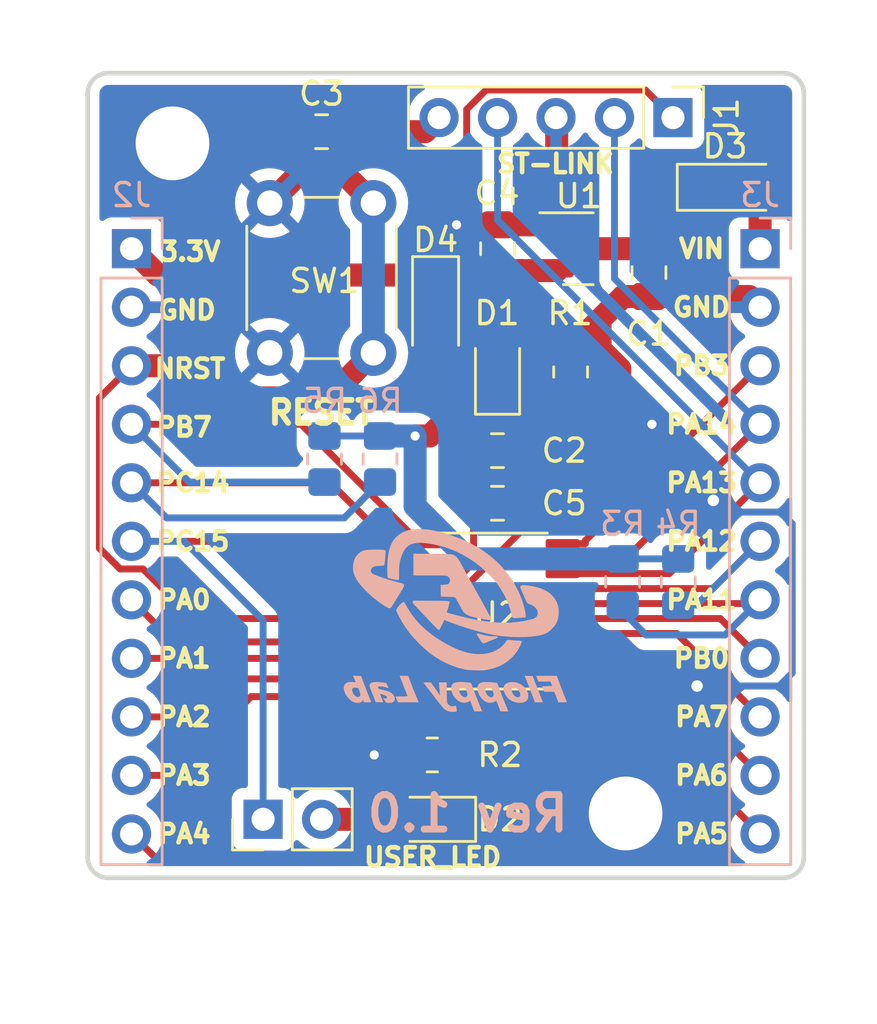
<source format=kicad_pcb>
(kicad_pcb (version 20221018) (generator pcbnew)
  (layers (0 "F.Cu" signal) (31 "B.Cu" signal) (34 "B.Paste" user) (35 "F.Paste" user) (36 "B.SilkS" user "B.Silkscreen") (37 "F.SilkS" user "F.Silkscreen") (38 "B.Mask" user) (39 "F.Mask" user) (44 "Edge.Cuts" user))
  (net 0 "")
  (net 1 "+3V3")
  (net 2 "GND")
  (net 3 "VIN")
  (net 4 "NRST")
  (net 5 "Net-(D1-Pad1)")
  (net 6 "Net-(D2-Pad1)")
  (net 7 "Net-(D2-Pad2)")
  (net 8 "PA14{slash}SWCLK")
  (net 9 "PA13{slash}SWDIO")
  (net 10 "PB7")
  (net 11 "PC14")
  (net 12 "PC15")
  (net 13 "PA0")
  (net 14 "PA1")
  (net 15 "PA2")
  (net 16 "PA3")
  (net 17 "PA4")
  (net 18 "PB3")
  (net 19 "PA12")
  (net 20 "PA11")
  (net 21 "PB0")
  (net 22 "PA7")
  (net 23 "PA6")
  (net 24 "PA5")
  (net 25 "Net-(C1-Pad1)")
  (net 26 "VDD")
  (footprint "LED_SMD:LED_0805_2012Metric_Pad1.15x1.40mm_HandSolder" (layer "F.Cu") (at 129.565 98.67 90)
    (fp_text reference "D1" (at 2.531 -0.025 180) (layer "F.SilkS"))
    (fp_text value "POWER_LED")
    (pad "1" smd roundrect (at -1.025 0 90) (size 1.15 1.4) (layers "F.Cu" "F.Paste" "F.Mask") (roundrect_rratio 0.2173913043) (net 5 "Net-(D1-Pad1)"))
    (pad "2" smd roundrect (at 1.025 0 90) (size 1.15 1.4) (layers "F.Cu" "F.Paste" "F.Mask") (roundrect_rratio 0.2173913043) (net 1 "+3V3"))
  )
  (footprint "Diode_SMD:D_SOD-123F" (layer "F.Cu") (at 139.573 90.678)
    (fp_text reference "D3" (at -0.127 -1.778) (layer "F.SilkS"))
    (fp_text value "1N4002")
    (pad "1" smd rect (at -1.4 0) (size 1.1 1.1) (layers "F.Cu" "F.Paste" "F.Mask") (net 25 "Net-(C1-Pad1)"))
    (pad "2" smd rect (at 1.4 0) (size 1.1 1.1) (layers "F.Cu" "F.Paste" "F.Mask") (net 3 "VIN"))
  )
  (footprint "Resistor_SMD:R_0805_2012Metric_Pad1.20x1.40mm_HandSolder" (layer "F.Cu") (at 126.73 115.316 180)
    (fp_text reference "R2" (at -2.937 0) (layer "F.SilkS"))
    (fp_text value "1K")
    (pad "1" smd roundrect (at -1 0 180) (size 1.2 1.4) (layers "F.Cu" "F.Paste" "F.Mask") (roundrect_rratio 0.2083333333) (net 6 "Net-(D2-Pad1)"))
    (pad "2" smd roundrect (at 1 0 180) (size 1.2 1.4) (layers "F.Cu" "F.Paste" "F.Mask") (roundrect_rratio 0.2083333333) (net 2 "GND"))
  )
  (footprint "Diode_SMD:D_SOD-123F" (layer "F.Cu") (at 126.873 95.888 -90)
    (fp_text reference "D4" (at -2.924 0 180) (layer "F.SilkS"))
    (fp_text value "1N4002")
    (pad "1" smd rect (at -1.4 0 270) (size 1.1 1.1) (layers "F.Cu" "F.Paste" "F.Mask") (net 26 "VDD"))
    (pad "2" smd rect (at 1.4 0 270) (size 1.1 1.1) (layers "F.Cu" "F.Paste" "F.Mask") (net 1 "+3V3"))
  )
  (footprint "Resistor_SMD:R_0805_2012Metric_Pad1.20x1.40mm_HandSolder" (layer "F.Cu") (at 132.74 98.695 -90)
    (fp_text reference "R1" (at -2.556 0.025 180) (layer "F.SilkS"))
    (fp_text value "1k")
    (pad "1" smd roundrect (at -1 0 270) (size 1.2 1.4) (layers "F.Cu" "F.Paste" "F.Mask") (roundrect_rratio 0.2083333333) (net 2 "GND"))
    (pad "2" smd roundrect (at 1 0 270) (size 1.2 1.4) (layers "F.Cu" "F.Paste" "F.Mask") (roundrect_rratio 0.2083333333) (net 5 "Net-(D1-Pad1)"))
  )
  (footprint "Package_TO_SOT_SMD:SOT-23" (layer "F.Cu") (at 133.0725 93.345)
    (fp_text reference "U1" (at 0.0235 -2.286) (layer "F.SilkS"))
    (fp_text value "H7233-1")
    (pad "1" smd roundrect (at -0.9375 -0.95) (size 1.475 0.6) (layers "F.Cu" "F.Paste" "F.Mask") (net 2 "GND"))
    (pad "2" smd roundrect (at -0.9375 0.95) (size 1.475 0.6) (layers "F.Cu" "F.Paste" "F.Mask") (net 1 "+3V3"))
    (pad "3" smd roundrect (at 0.9375 0) (size 1.475 0.6) (layers "F.Cu" "F.Paste" "F.Mask") (net 25 "Net-(C1-Pad1)"))
  )
  (footprint "Capacitor_SMD:C_0805_2012Metric_Pad1.18x1.45mm_HandSolder" (layer "F.Cu") (at 129.5615 102.108)
    (fp_text reference "C2" (at 2.8995 0) (layer "F.SilkS"))
    (fp_text value "4.7u")
    (pad "1" smd roundrect (at -1.0375 0) (size 1.175 1.45) (layers "F.Cu" "F.Paste" "F.Mask") (roundrect_rratio 0.2127659574) (net 1 "+3V3"))
    (pad "2" smd roundrect (at 1.0375 0) (size 1.175 1.45) (layers "F.Cu" "F.Paste" "F.Mask") (roundrect_rratio 0.2127659574) (net 2 "GND"))
  )
  (footprint "Connector_PinHeader_2.54mm:PinHeader_1x02_P2.54mm_Vertical" (layer "F.Cu") (at 119.38 118.11 90)
    (fp_text reference "JP1" hide)
    (fp_text value "UL JUMP.")
    (pad "1" thru_hole rect (at 0 0 90) (size 1.7 1.7) (drill 1) (layers "*.Cu" "*.Mask") (net 12 "PC15"))
    (pad "2" thru_hole oval (at 0 2.54 90) (size 1.7 1.7) (drill 1) (layers "*.Cu" "*.Mask") (net 7 "Net-(D2-Pad2)"))
  )
  (footprint "Capacitor_SMD:C_0805_2012Metric_Pad1.18x1.45mm_HandSolder" (layer "F.Cu") (at 136.144 94.3825 -90)
    (fp_text reference "C1" (at 2.6455 0.025 180) (layer "F.SilkS"))
    (fp_text value "1u")
    (pad "1" smd roundrect (at -1.0375 0 270) (size 1.175 1.45) (layers "F.Cu" "F.Paste" "F.Mask") (roundrect_rratio 0.2127659574) (net 25 "Net-(C1-Pad1)"))
    (pad "2" smd roundrect (at 1.0375 0 270) (size 1.175 1.45) (layers "F.Cu" "F.Paste" "F.Mask") (roundrect_rratio 0.2127659574) (net 2 "GND"))
  )
  (footprint "Capacitor_SMD:C_0805_2012Metric_Pad1.18x1.45mm_HandSolder" (layer "F.Cu") (at 129.5615 104.394)
    (fp_text reference "C5" (at 2.8995 0) (layer "F.SilkS"))
    (fp_text value "100n")
    (pad "1" smd roundrect (at -1.0375 0) (size 1.175 1.45) (layers "F.Cu" "F.Paste" "F.Mask") (roundrect_rratio 0.2127659574) (net 1 "+3V3"))
    (pad "2" smd roundrect (at 1.0375 0) (size 1.175 1.45) (layers "F.Cu" "F.Paste" "F.Mask") (roundrect_rratio 0.2127659574) (net 2 "GND"))
  )
  (footprint "Button_Switch_THT:SW_PUSH_6mm" (layer "F.Cu") (at 119.67 97.865 90)
    (fp_text reference "SW1" (at 3.123 2.377 180) (layer "F.SilkS"))
    (fp_text value "RESET_BUTTON")
    (pad "1" thru_hole circle (at 0 0 180) (size 2 2) (drill 1.1) (layers "*.Cu" "*.Mask") (net 2 "GND"))
    (pad "1" thru_hole circle (at 6.5 0 180) (size 2 2) (drill 1.1) (layers "*.Cu" "*.Mask") (net 2 "GND"))
    (pad "2" thru_hole circle (at 0 4.5 180) (size 2 2) (drill 1.1) (layers "*.Cu" "*.Mask") (net 4 "NRST"))
    (pad "2" thru_hole circle (at 6.5 4.5 180) (size 2 2) (drill 1.1) (layers "*.Cu" "*.Mask") (net 4 "NRST"))
  )
  (footprint "Capacitor_SMD:C_0805_2012Metric_Pad1.18x1.45mm_HandSolder" (layer "F.Cu") (at 129.565 93.345 90)
    (fp_text reference "C4" (at 2.413 -0.025 180) (layer "F.SilkS"))
    (fp_text value "1u")
    (pad "1" smd roundrect (at -1.0375 0 90) (size 1.175 1.45) (layers "F.Cu" "F.Paste" "F.Mask") (roundrect_rratio 0.2127659574) (net 1 "+3V3"))
    (pad "2" smd roundrect (at 1.0375 0 90) (size 1.175 1.45) (layers "F.Cu" "F.Paste" "F.Mask") (roundrect_rratio 0.2127659574) (net 2 "GND"))
  )
  (footprint "LED_SMD:LED_0805_2012Metric_Pad1.15x1.40mm_HandSolder" (layer "F.Cu") (at 126.755 118.11 180)
    (fp_text reference "D2" (at -2.912 0) (layer "F.SilkS"))
    (fp_text value "USER_LED")
    (pad "1" smd roundrect (at -1.025 0 180) (size 1.15 1.4) (layers "F.Cu" "F.Paste" "F.Mask") (roundrect_rratio 0.2173913043) (net 6 "Net-(D2-Pad1)"))
    (pad "2" smd roundrect (at 1.025 0 180) (size 1.15 1.4) (layers "F.Cu" "F.Paste" "F.Mask") (roundrect_rratio 0.2173913043) (net 7 "Net-(D2-Pad2)"))
  )
  (footprint "Connector_PinHeader_2.54mm:PinHeader_1x05_P2.54mm_Vertical" (layer "F.Cu") (at 137.185 87.655 -90)
    (fp_text reference "J1" (at 0 -2.33 -90) (layer "F.SilkS"))
    (fp_text value "stlink")
    (pad "1" thru_hole rect (at 0 0 270) (size 1.7 1.7) (drill 1) (layers "*.Cu" "*.Mask") (net 1 "+3V3"))
    (pad "2" thru_hole oval (at 0 2.54 270) (size 1.7 1.7) (drill 1) (layers "*.Cu" "*.Mask") (net 8 "PA14{slash}SWCLK"))
    (pad "3" thru_hole oval (at 0 5.08 270) (size 1.7 1.7) (drill 1) (layers "*.Cu" "*.Mask") (net 2 "GND"))
    (pad "4" thru_hole oval (at 0 7.62 270) (size 1.7 1.7) (drill 1) (layers "*.Cu" "*.Mask") (net 9 "PA13{slash}SWDIO"))
    (pad "5" thru_hole oval (at 0 10.16 270) (size 1.7 1.7) (drill 1) (layers "*.Cu" "*.Mask") (net 4 "NRST"))
  )
  (footprint "Package_SO:TSSOP-20_4.4x6.5mm_P0.65mm" (layer "F.Cu") (at 129.5275 109.0715)
    (fp_text reference "U2" (at 0 0.1485) (layer "F.SilkS"))
    (fp_text value "STM32G030F6P6")
    (pad "1" smd roundrect (at -2.8625 -2.925) (size 1.475 0.4) (layers "F.Cu" "F.Paste" "F.Mask") (net 10 "PB7"))
    (pad "2" smd roundrect (at -2.8625 -2.275) (size 1.475 0.4) (layers "F.Cu" "F.Paste" "F.Mask") (net 11 "PC14"))
    (pad "3" smd roundrect (at -2.8625 -1.625) (size 1.475 0.4) (layers "F.Cu" "F.Paste" "F.Mask") (net 12 "PC15"))
    (pad "4" smd roundrect (at -2.8625 -0.975) (size 1.475 0.4) (layers "F.Cu" "F.Paste" "F.Mask") (net 1 "+3V3"))
    (pad "5" smd roundrect (at -2.8625 -0.325) (size 1.475 0.4) (layers "F.Cu" "F.Paste" "F.Mask") (net 2 "GND"))
    (pad "6" smd roundrect (at -2.8625 0.325) (size 1.475 0.4) (layers "F.Cu" "F.Paste" "F.Mask") (net 4 "NRST"))
    (pad "7" smd roundrect (at -2.8625 0.975) (size 1.475 0.4) (layers "F.Cu" "F.Paste" "F.Mask") (net 13 "PA0"))
    (pad "8" smd roundrect (at -2.8625 1.625) (size 1.475 0.4) (layers "F.Cu" "F.Paste" "F.Mask") (net 14 "PA1"))
    (pad "9" smd roundrect (at -2.8625 2.275) (size 1.475 0.4) (layers "F.Cu" "F.Paste" "F.Mask") (net 15 "PA2"))
    (pad "10" smd roundrect (at -2.8625 2.925) (size 1.475 0.4) (layers "F.Cu" "F.Paste" "F.Mask") (net 16 "PA3"))
    (pad "11" smd roundrect (at 2.8625 2.925) (size 1.475 0.4) (layers "F.Cu" "F.Paste" "F.Mask") (net 17 "PA4"))
    (pad "12" smd roundrect (at 2.8625 2.275) (size 1.475 0.4) (layers "F.Cu" "F.Paste" "F.Mask") (net 24 "PA5"))
    (pad "13" smd roundrect (at 2.8625 1.625) (size 1.475 0.4) (layers "F.Cu" "F.Paste" "F.Mask") (net 23 "PA6"))
    (pad "14" smd roundrect (at 2.8625 0.975) (size 1.475 0.4) (layers "F.Cu" "F.Paste" "F.Mask") (net 22 "PA7"))
    (pad "15" smd roundrect (at 2.8625 0.325) (size 1.475 0.4) (layers "F.Cu" "F.Paste" "F.Mask") (net 21 "PB0"))
    (pad "16" smd roundrect (at 2.8625 -0.325) (size 1.475 0.4) (layers "F.Cu" "F.Paste" "F.Mask") (net 20 "PA11"))
    (pad "17" smd roundrect (at 2.8625 -0.975) (size 1.475 0.4) (layers "F.Cu" "F.Paste" "F.Mask") (net 19 "PA12"))
    (pad "18" smd roundrect (at 2.8625 -1.625) (size 1.475 0.4) (layers "F.Cu" "F.Paste" "F.Mask") (net 9 "PA13{slash}SWDIO"))
    (pad "19" smd roundrect (at 2.8625 -2.275) (size 1.475 0.4) (layers "F.Cu" "F.Paste" "F.Mask") (net 8 "PA14{slash}SWCLK"))
    (pad "20" smd roundrect (at 2.8625 -2.925) (size 1.475 0.4) (layers "F.Cu" "F.Paste" "F.Mask") (net 18 "PB3"))
  )
  (footprint "Capacitor_SMD:C_0805_2012Metric_Pad1.18x1.45mm_HandSolder" (layer "F.Cu") (at 121.92 88.265 180)
    (fp_text reference "C3" (at 0 1.651) (layer "F.SilkS"))
    (fp_text value "0.1U")
    (pad "1" smd roundrect (at -1.0375 0 180) (size 1.175 1.45) (layers "F.Cu" "F.Paste" "F.Mask") (roundrect_rratio 0.2127659574) (net 4 "NRST"))
    (pad "2" smd roundrect (at 1.0375 0 180) (size 1.175 1.45) (layers "F.Cu" "F.Paste" "F.Mask") (roundrect_rratio 0.2127659574) (net 2 "GND"))
  )
  (footprint "Resistor_SMD:R_0805_2012Metric_Pad1.20x1.40mm_HandSolder" (layer "B.Cu") (at 135.001 107.807 -90)
    (fp_text reference "R3" (at -2.524 0 180) (layer "B.SilkS") (effects (justify mirror)))
    (fp_text value "4.7k")
    (pad "1" smd roundrect (at -1 0 270) (size 1.2 1.4) (layers "B.Cu" "B.Paste" "B.Mask") (roundrect_rratio 0.2083333333) (net 1 "+3V3"))
    (pad "2" smd roundrect (at 1 0 270) (size 1.2 1.4) (layers "B.Cu" "B.Paste" "B.Mask") (roundrect_rratio 0.2083333333) (net 20 "PA11"))
  )
  (footprint "Resistor_SMD:R_0805_2012Metric_Pad1.20x1.40mm_HandSolder" (layer "B.Cu") (at 124.46 102.473 -90)
    (fp_text reference "R6" (at -2.524 0 180) (layer "B.SilkS") (effects (justify mirror)))
    (fp_text value "4.7k")
    (pad "1" smd roundrect (at -1 0 270) (size 1.2 1.4) (layers "B.Cu" "B.Paste" "B.Mask") (roundrect_rratio 0.2083333333) (net 1 "+3V3"))
    (pad "2" smd roundrect (at 1 0 270) (size 1.2 1.4) (layers "B.Cu" "B.Paste" "B.Mask") (roundrect_rratio 0.2083333333) (net 11 "PC14"))
  )
  (footprint "Resistor_SMD:R_0805_2012Metric_Pad1.20x1.40mm_HandSolder" (layer "B.Cu") (at 137.414 107.807 -90)
    (fp_text reference "R4" (at -2.524 0 180) (layer "B.SilkS") (effects (justify mirror)))
    (fp_text value "4.7k")
    (pad "1" smd roundrect (at -1 0 270) (size 1.2 1.4) (layers "B.Cu" "B.Paste" "B.Mask") (roundrect_rratio 0.2083333333) (net 1 "+3V3"))
    (pad "2" smd roundrect (at 1 0 270) (size 1.2 1.4) (layers "B.Cu" "B.Paste" "B.Mask") (roundrect_rratio 0.2083333333) (net 19 "PA12"))
  )
  (footprint "Connector_PinHeader_2.54mm:PinHeader_1x11_P2.54mm_Vertical" (layer "B.Cu") (at 113.665 93.345 180)
    (fp_text reference "J2" (at 0 2.33) (layer "B.SilkS") (effects (justify mirror)))
    (fp_text value "I/O SX")
    (pad "1" thru_hole rect (at 0 0 180) (size 1.7 1.7) (drill 1) (layers "*.Cu" "*.Mask") (net 26 "VDD"))
    (pad "2" thru_hole oval (at 0 -2.54 180) (size 1.7 1.7) (drill 1) (layers "*.Cu" "*.Mask") (net 2 "GND"))
    (pad "3" thru_hole oval (at 0 -5.08 180) (size 1.7 1.7) (drill 1) (layers "*.Cu" "*.Mask") (net 4 "NRST"))
    (pad "4" thru_hole oval (at 0 -7.62 180) (size 1.7 1.7) (drill 1) (layers "*.Cu" "*.Mask") (net 10 "PB7"))
    (pad "5" thru_hole oval (at 0 -10.16 180) (size 1.7 1.7) (drill 1) (layers "*.Cu" "*.Mask") (net 11 "PC14"))
    (pad "6" thru_hole oval (at 0 -12.7 180) (size 1.7 1.7) (drill 1) (layers "*.Cu" "*.Mask") (net 12 "PC15"))
    (pad "7" thru_hole oval (at 0 -15.24 180) (size 1.7 1.7) (drill 1) (layers "*.Cu" "*.Mask") (net 13 "PA0"))
    (pad "8" thru_hole oval (at 0 -17.78 180) (size 1.7 1.7) (drill 1) (layers "*.Cu" "*.Mask") (net 14 "PA1"))
    (pad "9" thru_hole oval (at 0 -20.32 180) (size 1.7 1.7) (drill 1) (layers "*.Cu" "*.Mask") (net 15 "PA2"))
    (pad "10" thru_hole oval (at 0 -22.86 180) (size 1.7 1.7) (drill 1) (layers "*.Cu" "*.Mask") (net 16 "PA3"))
    (pad "11" thru_hole oval (at 0 -25.4 180) (size 1.7 1.7) (drill 1) (layers "*.Cu" "*.Mask") (net 17 "PA4"))
  )
  (footprint "Resistor_SMD:R_0805_2012Metric_Pad1.20x1.40mm_HandSolder" (layer "B.Cu") (at 122.047 102.473 -90)
    (fp_text reference "R5" (at -2.524 0 180) (layer "B.SilkS") (effects (justify mirror)))
    (fp_text value "4.7k")
    (pad "1" smd roundrect (at -1 0 270) (size 1.2 1.4) (layers "B.Cu" "B.Paste" "B.Mask") (roundrect_rratio 0.2083333333) (net 1 "+3V3"))
    (pad "2" smd roundrect (at 1 0 270) (size 1.2 1.4) (layers "B.Cu" "B.Paste" "B.Mask") (roundrect_rratio 0.2083333333) (net 10 "PB7"))
  )
  (footprint "Connector_PinHeader_2.54mm:PinHeader_1x11_P2.54mm_Vertical" (layer "B.Cu") (at 140.97 93.345 180)
    (fp_text reference "J3" (at 0 2.33) (layer "B.SilkS") (effects (justify mirror)))
    (fp_text value "I/0 DX")
    (pad "1" thru_hole rect (at 0 0 180) (size 1.7 1.7) (drill 1) (layers "*.Cu" "*.Mask") (net 3 "VIN"))
    (pad "2" thru_hole oval (at 0 -2.54 180) (size 1.7 1.7) (drill 1) (layers "*.Cu" "*.Mask") (net 2 "GND"))
    (pad "3" thru_hole oval (at 0 -5.08 180) (size 1.7 1.7) (drill 1) (layers "*.Cu" "*.Mask") (net 18 "PB3"))
    (pad "4" thru_hole oval (at 0 -7.62 180) (size 1.7 1.7) (drill 1) (layers "*.Cu" "*.Mask") (net 8 "PA14{slash}SWCLK"))
    (pad "5" thru_hole oval (at 0 -10.16 180) (size 1.7 1.7) (drill 1) (layers "*.Cu" "*.Mask") (net 9 "PA13{slash}SWDIO"))
    (pad "6" thru_hole oval (at 0 -12.7 180) (size 1.7 1.7) (drill 1) (layers "*.Cu" "*.Mask") (net 19 "PA12"))
    (pad "7" thru_hole oval (at 0 -15.24 180) (size 1.7 1.7) (drill 1) (layers "*.Cu" "*.Mask") (net 20 "PA11"))
    (pad "8" thru_hole oval (at 0 -17.78 180) (size 1.7 1.7) (drill 1) (layers "*.Cu" "*.Mask") (net 21 "PB0"))
    (pad "9" thru_hole oval (at 0 -20.32 180) (size 1.7 1.7) (drill 1) (layers "*.Cu" "*.Mask") (net 22 "PA7"))
    (pad "10" thru_hole oval (at 0 -22.86 180) (size 1.7 1.7) (drill 1) (layers "*.Cu" "*.Mask") (net 23 "PA6"))
    (pad "11" thru_hole oval (at 0 -25.4 180) (size 1.7 1.7) (drill 1) (layers "*.Cu" "*.Mask") (net 24 "PA5"))
  )
  (footprint "LOGO" (layer "B.Cu") (at 127.762 109.474 180)
    (fp_text reference "G***" hide)
    (fp_text value "LOGO" hide)
  )
  (gr_arc (start 142.875 119.761) (mid 142.614618 120.389618) (end 141.986 120.65) (stroke (width 0.2)) (layer "Edge.Cuts"))
  (gr_line (start 142.875 86.614) (end 142.875 119.761) (stroke (width 0.2)) (layer "Edge.Cuts"))
  (gr_line (start 112.649 85.725) (end 141.986 85.725) (stroke (width 0.2)) (layer "Edge.Cuts"))
  (gr_arc (start 141.986 85.725) (mid 142.614618 85.985382) (end 142.875 86.614) (stroke (width 0.2)) (layer "Edge.Cuts"))
  (gr_line (start 141.986 120.65) (end 112.649 120.65) (stroke (width 0.2)) (layer "Edge.Cuts"))
  (gr_arc (start 112.649 120.65) (mid 112.020382 120.389618) (end 111.76 119.761) (stroke (width 0.2)) (layer "Edge.Cuts"))
  (gr_arc (start 111.76 86.614) (mid 112.020382 85.985382) (end 112.649 85.725) (stroke (width 0.2)) (layer "Edge.Cuts"))
  (gr_line (start 111.76 119.761) (end 111.76 86.614) (stroke (width 0.2)) (layer "Edge.Cuts"))
  (gr_text "Rev 1.0" (at 128.27 117.856) (layer "B.SilkS") (effects (font (size 1.5 1.5) (thickness 0.3)) (justify mirror)))
  (gr_text "USER_LED" (at 126.746 119.761) (layer "F.SilkS") (effects (font (size 0.8 0.8) (thickness 0.2))))
  (gr_text "PA1" (at 115.951 111.125) (layer "F.SilkS") (effects (font (size 0.8 0.8) (thickness 0.2))))
  (gr_text "PA0" (at 115.951 108.585) (layer "F.SilkS") (effects (font (size 0.8 0.8) (thickness 0.2))))
  (gr_text "PC14" (at 116.332 103.505) (layer "F.SilkS") (effects (font (size 0.8 0.8) (thickness 0.2))))
  (gr_text "RESET" (at 121.92 100.457) (layer "F.SilkS") (effects (font (size 1 1) (thickness 0.25))))
  (gr_text "PB7" (at 115.951 101.092) (layer "F.SilkS") (effects (font (size 0.8 0.8) (thickness 0.2))))
  (gr_text "3.3V" (at 116.205 93.472) (layer "F.SilkS") (effects (font (size 0.8 0.8) (thickness 0.2))))
  (gr_text "PA14" (at 138.43 100.965) (layer "F.SilkS") (effects (font (size 0.8 0.8) (thickness 0.2))))
  (gr_text "PA13" (at 138.43 103.505) (layer "F.SilkS") (effects (font (size 0.8 0.8) (thickness 0.2))))
  (gr_text "PA5" (at 138.43 118.745) (layer "F.SilkS") (effects (font (size 0.8 0.8) (thickness 0.2))))
  (gr_text "PA7" (at 138.43 113.665) (layer "F.SilkS") (effects (font (size 0.8 0.8) (thickness 0.2))))
  (gr_text "PA12" (at 138.43 106.045) (layer "F.SilkS") (effects (font (size 0.8 0.8) (thickness 0.2))))
  (gr_text "NRST" (at 116.205 98.552) (layer "F.SilkS") (effects (font (size 0.8 0.8) (thickness 0.2))))
  (gr_text "PA2" (at 115.951 113.665) (layer "F.SilkS") (effects (font (size 0.8 0.8) (thickness 0.2))))
  (gr_text "PC15" (at 116.332 106.045) (layer "F.SilkS") (effects (font (size 0.8 0.8) (thickness 0.2))))
  (gr_text "ST-LINK" (at 132.08 89.662) (layer "F.SilkS") (effects (font (size 0.8 0.8) (thickness 0.2))))
  (gr_text "GND" (at 116.078 96.012) (layer "F.SilkS") (effects (font (size 0.8 0.8) (thickness 0.2))))
  (gr_text "GND" (at 138.43 95.885) (layer "F.SilkS") (effects (font (size 0.8 0.8) (thickness 0.2))))
  (gr_text "VIN" (at 138.43 93.345) (layer "F.SilkS") (effects (font (size 0.8 0.8) (thickness 0.2))))
  (gr_text "PB3" (at 138.43 98.425) (layer "F.SilkS") (effects (font (size 0.8 0.8) (thickness 0.2))))
  (gr_text "PA11" (at 138.43 108.585) (layer "F.SilkS") (effects (font (size 0.8 0.8) (thickness 0.2))))
  (gr_text "PA4" (at 115.951 118.745) (layer "F.SilkS") (effects (font (size 0.8 0.8) (thickness 0.2))))
  (gr_text "PB0" (at 138.43 111.125) (layer "F.SilkS") (effects (font (size 0.8 0.8) (thickness 0.2))))
  (gr_text "PA3" (at 115.951 116.205) (layer "F.SilkS") (effects (font (size 0.8 0.8) (thickness 0.2))))
  (gr_text "PA6" (at 138.43 116.205) (layer "F.SilkS") (effects (font (size 0.8 0.8) (thickness 0.2))))
  (segment (start 129.565 97.645) (end 129.565 96.749) (width 1) (layer "F.Cu") (net 1))
  (segment (start 127.254 98.552) (end 128.161 97.645) (width 1) (layer "F.Cu") (net 1))
  (segment (start 127.254 100.838) (end 127.254 98.552) (width 1) (layer "F.Cu") (net 1))
  (segment (start 128.224511 87.299123) (end 128.224511 89.580489) (width 0.3) (layer "F.Cu") (net 1))
  (segment (start 128.524 102.108) (end 127.254 100.838) (width 1) (layer "F.Cu") (net 1))
  (segment (start 127.254 100.838) (end 126.619 101.473) (width 1) (layer "F.Cu") (net 1))
  (segment (start 126.746 91.059) (end 126.746 92.471402) (width 0.3) (layer "F.Cu") (net 1))
  (segment (start 132.135 94.295) (end 130.617 94.295) (width 1) (layer "F.Cu") (net 1))
  (segment (start 128.524 102.108) (end 128.524 104.394) (width 1) (layer "F.Cu") (net 1))
  (segment (start 130.617 94.477) (end 129.565 95.529) (width 1) (layer "F.Cu") (net 1))
  (segment (start 128.161 97.645) (end 128.778 97.028) (width 1) (layer "F.Cu") (net 1))
  (segment (start 127.759 98.047) (end 127.254 98.552) (width 1) (layer "F.Cu") (net 1))
  (segment (start 129.565 96.037) (end 129.565 96.241) (width 1) (layer "F.Cu") (net 1))
  (segment (start 126.619 101.473) (end 125.984 101.473) (width 1) (layer "F.Cu") (net 1))
  (segment (start 137.185 87.655) (end 135.985489 86.455489) (width 0.3) (layer "F.Cu") (net 1))
  (segment (start 129.057 96.749) (end 129.565 96.749) (width 1) (layer "F.Cu") (net 1))
  (segment (start 126.746 92.471402) (end 127.492598 93.218) (width 0.3) (layer "F.Cu") (net 1))
  (segment (start 126.873 97.288) (end 126.873 98.171) (width 1) (layer "F.Cu") (net 1))
  (segment (start 126.665 108.0965) (end 127.388217 108.0965) (width 0.3) (layer "F.Cu") (net 1))
  (segment (start 126.873 98.171) (end 127.254 98.552) (width 1) (layer "F.Cu") (net 1))
  (segment (start 128.4005 93.218) (end 129.565 94.3825) (width 0.3) (layer "F.Cu") (net 1))
  (segment (start 130.617 94.295) (end 130.617 94.477) (width 1) (layer "F.Cu") (net 1))
  (segment (start 128.778 97.028) (end 128.518 97.288) (width 1) (layer "F.Cu") (net 1))
  (segment (start 127.388217 108.0965) (end 128.524 106.960717) (width 0.3) (layer "F.Cu") (net 1))
  (segment (start 128.161 97.645) (end 129.565 97.645) (width 1) (layer "F.Cu") (net 1))
  (segment (start 135.985489 86.455489) (end 129.068145 86.455489) (width 0.3) (layer "F.Cu") (net 1))
  (segment (start 129.6525 94.295) (end 129.565 94.3825) (width 1) (layer "F.Cu") (net 1))
  (segment (start 129.565 96.037) (end 129.565 95.529) (width 1) (layer "F.Cu") (net 1))
  (segment (start 129.565 96.241) (end 128.778 97.028) (width 1) (layer "F.Cu") (net 1))
  (segment (start 128.224511 89.580489) (end 126.746 91.059) (width 0.3) (layer "F.Cu") (net 1))
  (segment (start 129.565 96.749) (end 129.565 96.037) (width 1) (layer "F.Cu") (net 1))
  (segment (start 128.778 97.028) (end 129.057 96.749) (width 1) (layer "F.Cu") (net 1))
  (segment (start 128.518 97.288) (end 126.873 97.288) (width 1) (layer "F.Cu") (net 1))
  (segment (start 129.068145 86.455489) (end 128.224511 87.299123) (width 0.3) (layer "F.Cu") (net 1))
  (segment (start 127.492598 93.218) (end 128.4005 93.218) (width 0.3) (layer "F.Cu") (net 1))
  (segment (start 129.565 95.529) (end 129.565 94.3825) (width 1) (layer "F.Cu") (net 1))
  (segment (start 130.617 94.295) (end 129.6525 94.295) (width 1) (layer "F.Cu") (net 1))
  (segment (start 128.524 106.960717) (end 128.524 104.394) (width 0.3) (layer "F.Cu") (net 1))
  (via (at 125.984 101.473) (size 0.8) (drill 0.4) (layers "F.Cu" "B.Cu") (net 1))
  (segment (start 128.27 106.807) (end 135.001 106.807) (width 1) (layer "B.Cu") (net 1))
  (segment (start 137.414 106.807) (end 135.001 106.807) (width 0.3) (layer "B.Cu") (net 1))
  (segment (start 124.46 101.473) (end 125.984 101.473) (width 1) (layer "B.Cu") (net 1))
  (segment (start 122.047 101.473) (end 124.46 101.473) (width 0.3) (layer "B.Cu") (net 1))
  (segment (start 125.984 104.521) (end 128.27 106.807) (width 1) (layer "B.Cu") (net 1))
  (segment (start 125.984 101.473) (end 125.984 104.521) (width 1) (layer "B.Cu") (net 1))
  (segment (start 130.599 102.108) (end 131.318 102.108) (width 1) (layer "F.Cu") (net 2))
  (segment (start 134.874 100.33) (end 134.874 98.552) (width 1) (layer "F.Cu") (net 2))
  (segment (start 130.9585 92.3075) (end 132.135 91.131) (width 1) (layer "F.Cu") (net 2))
  (segment (start 133.8865 96.5485) (end 132.74 97.695) (width 1) (layer "F.Cu") (net 2))
  (segment (start 126.665 108.7465) (end 127.444645 108.7465) (width 0.3) (layer "F.Cu") (net 2))
  (segment (start 129.565 92.3075) (end 130.9585 92.3075) (width 1) (layer "F.Cu") (net 2))
  (segment (start 134.874 98.552) (end 134.017 97.695) (width 1) (layer "F.Cu") (net 2))
  (segment (start 125.73 115.316) (end 124.206 115.316) (width 1) (layer "F.Cu") (net 2))
  (segment (start 132.0475 92.3075) (end 132.135 92.395) (width 1) (layer "F.Cu") (net 2))
  (segment (start 130.599 103.081) (end 131.318 102.362) (width 1) (layer "F.Cu") (net 2))
  (segment (start 129.565 92.3075) (end 127.7835 92.3075) (width 1) (layer "F.Cu") (net 2))
  (segment (start 132.135 90.987) (end 132.135 87.685) (width 1) (layer "F.Cu") (net 2))
  (segment (start 120.8825 88.265) (end 120.8825 90.1525) (width 1) (layer "F.Cu") (net 2))
  (segment (start 137.185 95.42) (end 135.015 95.42) (width 1) (layer "F.Cu") (net 2))
  (segment (start 130.9585 92.3075) (end 132.0475 92.3075) (width 1) (layer "F.Cu") (net 2))
  (segment (start 132.135 92.395) (end 132.135 90.987) (width 1) (layer "F.Cu") (net 2))
  (segment (start 130.599 102.108) (end 130.599 103.081) (width 1) (layer "F.Cu") (net 2))
  (segment (start 140.505 95.42) (end 140.97 95.885) (width 1) (layer "F.Cu") (net 2))
  (segment (start 130.599 105.592145) (end 130.599 104.394) (width 0.3) (layer "F.Cu") (net 2))
  (segment (start 120.8825 90.1525) (end 119.67 91.365) (width 1) (layer "F.Cu") (net 2))
  (segment (start 134.017 97.695) (end 132.74 97.695) (width 1) (layer "F.Cu") (net 2))
  (segment (start 132.135 91.131) (end 132.135 90.987) (width 1) (layer "F.Cu") (net 2))
  (segment (start 134.017 97.695) (end 134.017 96.679) (width 1) (layer "F.Cu") (net 2))
  (segment (start 130.599 103.081) (end 130.599 104.394) (width 1) (layer "F.Cu") (net 2))
  (segment (start 134.874 100.33) (end 135.636 100.33) (width 1) (layer "F.Cu") (net 2))
  (segment (start 131.318 102.362) (end 131.318 102.108) (width 1) (layer "F.Cu") (net 2))
  (segment (start 132.135 87.685) (end 132.105 87.655) (width 1) (layer "F.Cu") (net 2))
  (segment (start 134.017 96.679) (end 133.8865 96.5485) (width 1) (layer "F.Cu") (net 2))
  (segment (start 133.096 102.108) (end 134.874 100.33) (width 1) (layer "F.Cu") (net 2))
  (segment (start 135.015 95.42) (end 133.8865 96.5485) (width 1) (layer "F.Cu") (net 2))
  (segment (start 131.318 102.108) (end 133.096 102.108) (width 1) (layer "F.Cu") (net 2))
  (segment (start 135.636 100.33) (end 136.271 100.965) (width 1) (layer "F.Cu") (net 2))
  (segment (start 137.185 95.42) (end 140.505 95.42) (width 1) (layer "F.Cu") (net 2))
  (segment (start 127.444645 108.7465) (end 130.599 105.592145) (width 0.3) (layer "F.Cu") (net 2))
  (via (at 138.938 104.267) (size 0.8) (drill 0.5) (layers "F.Cu" "B.Cu") (net 2))
  (via (at 124.206 115.316) (size 0.8) (drill 0.4) (layers "F.Cu" "B.Cu") (net 2))
  (via (at 135.128 117.856) (size 4) (drill 3.2) (layers "F.Cu" "B.Cu") (net 2))
  (via (at 138.232511 112.324511) (size 0.8) (drill 0.5) (layers "F.Cu" "B.Cu") (net 2))
  (via (at 136.271 100.965) (size 0.8) (drill 0.4) (layers "F.Cu" "B.Cu") (net 2))
  (via (at 115.443 88.773) (size 4) (drill 3.2) (layers "F.Cu" "B.Cu") (net 2))
  (via (at 127.7835 92.3075) (size 0.8) (drill 0.4) (layers "F.Cu" "B.Cu") (net 2))
  (segment (start 142.367 106.807) (end 142.367 111.76) (width 0.3) (layer "B.Cu") (net 2))
  (segment (start 138.938 104.267) (end 139.446 104.775) (width 0.3) (layer "B.Cu") (net 2))
  (segment (start 142.367 111.76) (end 141.802489 112.324511) (width 0.3) (layer "B.Cu") (net 2))
  (segment (start 139.446 104.775) (end 141.859 104.775) (width 0.3) (layer "B.Cu") (net 2))
  (segment (start 141.859 104.775) (end 142.367 105.283) (width 0.3) (layer "B.Cu") (net 2))
  (segment (start 141.802489 112.324511) (end 138.232511 112.324511) (width 0.3) (layer "B.Cu") (net 2))
  (segment (start 142.367 105.283) (end 142.367 106.807) (width 0.3) (layer "B.Cu") (net 2))
  (segment (start 140.97 93.345) (end 140.97 90.681) (width 1) (layer "F.Cu") (net 3))
  (segment (start 140.97 90.681) (end 140.973 90.678) (width 1) (layer "F.Cu") (net 3))
  (segment (start 112.268 106.344366) (end 112.268 99.822) (width 0.3) (layer "F.Cu") (net 4))
  (segment (start 115.189 98.425) (end 113.665 98.425) (width 1) (layer "F.Cu") (net 4))
  (segment (start 122.213 99.822) (end 116.586 99.822) (width 1) (layer "F.Cu") (net 4))
  (segment (start 122.9575 88.265) (end 122.9575 89.1755) (width 1) (layer "F.Cu") (net 4))
  (segment (start 122.9575 90.1525) (end 124.17 91.365) (width 1) (layer "F.Cu") (net 4))
  (segment (start 124.079 88.265) (end 126.415 88.265) (width 1) (layer "F.Cu") (net 4))
  (segment (start 126.415 88.265) (end 127.025 87.655) (width 1) (layer "F.Cu") (net 4))
  (segment (start 122.9575 88.265) (end 124.079 88.265) (width 1) (layer "F.Cu") (net 4))
  (segment (start 113.168145 107.244511) (end 112.268 106.344366) (width 0.3) (layer "F.Cu") (net 4))
  (segment (start 126.665 109.3965) (end 116.313844 109.3965) (width 0.3) (layer "F.Cu") (net 4))
  (segment (start 116.313844 109.3965) (end 114.161855 107.244511) (width 0.3) (layer "F.Cu") (net 4))
  (segment (start 124.17 97.865) (end 122.213 99.822) (width 1) (layer "F.Cu") (net 4))
  (segment (start 122.9575 89.1755) (end 122.9575 90.1525) (width 1) (layer "F.Cu") (net 4))
  (segment (start 124.079 88.265) (end 123.868 88.265) (width 1) (layer "F.Cu") (net 4))
  (segment (start 116.586 99.822) (end 115.189 98.425) (width 1) (layer "F.Cu") (net 4))
  (segment (start 112.268 99.822) (end 113.665 98.425) (width 0.3) (layer "F.Cu") (net 4))
  (segment (start 114.161855 107.244511) (end 113.168145 107.244511) (width 0.3) (layer "F.Cu") (net 4))
  (segment (start 123.868 88.265) (end 122.9575 89.1755) (width 1) (layer "F.Cu") (net 4))
  (segment (start 124.17 91.365) (end 124.17 97.865) (width 1) (layer "B.Cu") (net 4))
  (segment (start 132.74 99.695) (end 129.565 99.695) (width 1) (layer "F.Cu") (net 5))
  (segment (start 127.78 118.11) (end 127.78 115.366) (width 1) (layer "F.Cu") (net 6))
  (segment (start 127.78 115.366) (end 127.73 115.316) (width 1) (layer "F.Cu") (net 6))
  (segment (start 125.73 118.11) (end 121.92 118.11) (width 1) (layer "F.Cu") (net 7))
  (segment (start 140.97 100.965) (end 135.1385 106.7965) (width 0.3) (layer "F.Cu") (net 8))
  (segment (start 135.1385 106.7965) (end 132.39 106.7965) (width 0.3) (layer "F.Cu") (net 8))
  (segment (start 134.645 87.655) (end 134.645 94.64) (width 0.3) (layer "B.Cu") (net 8))
  (segment (start 134.645 94.64) (end 140.97 100.965) (width 0.3) (layer "B.Cu") (net 8))
  (segment (start 140.97 103.505) (end 137.0285 107.4465) (width 0.3) (layer "F.Cu") (net 9))
  (segment (start 137.0285 107.4465) (end 132.39 107.4465) (width 0.3) (layer "F.Cu") (net 9))
  (segment (start 129.565 87.655) (end 129.565 92.1) (width 0.3) (layer "B.Cu") (net 9))
  (segment (start 129.565 92.1) (end 140.97 103.505) (width 0.3) (layer "B.Cu") (net 9))
  (segment (start 121.031 100.965) (end 113.665 100.965) (width 0.3) (layer "F.Cu") (net 10))
  (segment (start 126.665 106.1465) (end 126.2125 106.1465) (width 0.3) (layer "F.Cu") (net 10))
  (segment (start 126.2125 106.1465) (end 121.031 100.965) (width 0.3) (layer "F.Cu") (net 10))
  (segment (start 122.047 103.473) (end 116.173 103.473) (width 0.3) (layer "B.Cu") (net 10))
  (segment (start 116.173 103.473) (end 113.665 100.965) (width 0.3) (layer "B.Cu") (net 10))
  (segment (start 122.301 103.505) (end 113.665 103.505) (width 0.3) (layer "F.Cu") (net 11))
  (segment (start 126.665 106.7965) (end 125.5925 106.7965) (width 0.3) (layer "F.Cu") (net 11))
  (segment (start 125.5925 106.7965) (end 122.301 103.505) (width 0.3) (layer "F.Cu") (net 11))
  (segment (start 115.189 105.029) (end 122.904 105.029) (width 0.3) (layer "B.Cu") (net 11))
  (segment (start 113.665 103.505) (end 115.189 105.029) (width 0.3) (layer "B.Cu") (net 11))
  (segment (start 122.904 105.029) (end 124.46 103.473) (width 0.3) (layer "B.Cu") (net 11))
  (segment (start 126.665 107.4465) (end 125.2265 107.4465) (width 0.3) (layer "F.Cu") (net 12))
  (segment (start 123.825 106.045) (end 113.665 106.045) (width 0.3) (layer "F.Cu") (net 12))
  (segment (start 125.2265 107.4465) (end 123.825 106.045) (width 0.3) (layer "F.Cu") (net 12))
  (segment (start 119.38 118.11) (end 119.38 109.474) (width 0.3) (layer "B.Cu") (net 12))
  (segment (start 119.38 109.474) (end 115.951 106.045) (width 0.3) (layer "B.Cu") (net 12))
  (segment (start 115.951 106.045) (end 113.665 106.045) (width 0.3) (layer "B.Cu") (net 12))
  (segment (start 115.49102 110.41102) (end 113.665 108.585) (width 0.3) (layer "F.Cu") (net 13))
  (segment (start 126.665 110.0465) (end 125.1575 110.0465) (width 0.3) (layer "F.Cu") (net 13))
  (segment (start 125.1575 110.0465) (end 124.79298 110.41102) (width 0.3) (layer "F.Cu") (net 13))
  (segment (start 124.79298 110.41102) (end 115.49102 110.41102) (width 0.3) (layer "F.Cu") (net 13))
  (segment (start 126.665 110.6965) (end 125.5235 110.6965) (width 0.3) (layer "F.Cu") (net 14))
  (segment (start 125.5235 110.6965) (end 125.095 111.125) (width 0.3) (layer "F.Cu") (net 14))
  (segment (start 125.095 111.125) (end 113.665 111.125) (width 0.3) (layer "F.Cu") (net 14))
  (segment (start 126.665 111.3465) (end 125.579928 111.3465) (width 0.3) (layer "F.Cu") (net 15))
  (segment (start 116.84 112.014) (end 115.189 113.665) (width 0.3) (layer "F.Cu") (net 15))
  (segment (start 124.912428 112.014) (end 116.84 112.014) (width 0.3) (layer "F.Cu") (net 15))
  (segment (start 125.579928 111.3465) (end 124.912428 112.014) (width 0.3) (layer "F.Cu") (net 15))
  (segment (start 115.189 113.665) (end 113.665 113.665) (width 0.3) (layer "F.Cu") (net 15))
  (segment (start 126.665 111.9965) (end 125.87702 112.78448) (width 0.3) (layer "F.Cu") (net 16))
  (segment (start 115.443 116.205) (end 113.665 116.205) (width 0.3) (layer "F.Cu") (net 16))
  (segment (start 118.86352 112.78448) (end 115.443 116.205) (width 0.3) (layer "F.Cu") (net 16))
  (segment (start 125.87702 112.78448) (end 118.86352 112.78448) (width 0.3) (layer "F.Cu") (net 16))
  (segment (start 130.81 113.03) (end 131.8435 111.9965) (width 0.3) (layer "F.Cu") (net 17))
  (segment (start 114.808 119.888) (end 127.624849 119.888) (width 0.3) (layer "F.Cu") (net 17))
  (segment (start 127.624849 119.888) (end 130.81 116.702849) (width 0.3) (layer "F.Cu") (net 17))
  (segment (start 131.8435 111.9965) (end 132.39 111.9965) (width 0.3) (layer "F.Cu") (net 17))
  (segment (start 113.665 118.745) (end 114.808 119.888) (width 0.3) (layer "F.Cu") (net 17))
  (segment (start 130.81 116.702849) (end 130.81 113.03) (width 0.3) (layer "F.Cu") (net 17))
  (segment (start 133.3755 106.0195) (end 140.97 98.425) (width 0.3) (layer "F.Cu") (net 18))
  (segment (start 133.3755 106.1465) (end 133.3755 106.0195) (width 0.3) (layer "F.Cu") (net 18))
  (segment (start 132.39 106.1465) (end 133.3755 106.1465) (width 0.3) (layer "F.Cu") (net 18))
  (segment (start 138.9185 108.0965) (end 132.39 108.0965) (width 0.3) (layer "F.Cu") (net 19))
  (segment (start 140.97 106.045) (end 138.9185 108.0965) (width 0.3) (layer "F.Cu") (net 19))
  (segment (start 138.208 108.807) (end 140.97 106.045) (width 0.3) (layer "B.Cu") (net 19))
  (segment (start 137.414 108.807) (end 138.208 108.807) (width 0.3) (layer "B.Cu") (net 19))
  (segment (start 140.97 108.585) (end 140.8085 108.7465) (width 0.3) (layer "F.Cu") (net 20))
  (segment (start 140.8085 108.7465) (end 132.39 108.7465) (width 0.3) (layer "F.Cu") (net 20))
  (segment (start 136.017 110.109) (end 139.446 110.109) (width 0.3) (layer "B.Cu") (net 20))
  (segment (start 135.001 108.807) (end 135.001 109.093) (width 0.3) (layer "B.Cu") (net 20))
  (segment (start 139.446 110.109) (end 140.97 108.585) (width 0.3) (layer "B.Cu") (net 20))
  (segment (start 135.001 109.093) (end 136.017 110.109) (width 0.3) (layer "B.Cu") (net 20))
  (segment (start 140.97 111.125) (end 139.2415 109.3965) (width 0.3) (layer "F.Cu") (net 21))
  (segment (start 139.2415 109.3965) (end 132.39 109.3965) (width 0.3) (layer "F.Cu") (net 21))
  (segment (start 140.97 113.665) (end 137.3515 110.0465) (width 0.3) (layer "F.Cu") (net 22))
  (segment (start 137.3515 110.0465) (end 132.39 110.0465) (width 0.3) (layer "F.Cu") (net 22))
  (segment (start 135.4615 110.6965) (end 132.39 110.6965) (width 0.3) (layer "F.Cu") (net 23))
  (segment (start 140.97 116.205) (end 135.4615 110.6965) (width 0.3) (layer "F.Cu") (net 23))
  (segment (start 133.5715 111.3465) (end 132.39 111.3465) (width 0.3) (layer "F.Cu") (net 24))
  (segment (start 140.97 118.745) (end 133.5715 111.3465) (width 0.3) (layer "F.Cu") (net 24))
  (segment (start 138.173 92.357) (end 137.185 93.345) (width 1) (layer "F.Cu") (net 25))
  (segment (start 138.173 90.678) (end 138.173 92.357) (width 1) (layer "F.Cu") (net 25))
  (segment (start 137.185 93.345) (end 134.01 93.345) (width 1) (layer "F.Cu") (net 25))
  (segment (start 113.668 93.342) (end 113.665 93.345) (width 1) (layer "F.Cu") (net 26))
  (segment (start 114.808 94.488) (end 126.873 94.488) (width 1) (layer "F.Cu") (net 26))
  (segment (start 113.665 93.345) (end 114.808 94.488) (width 1) (layer "F.Cu") (net 26))
  (zone (net 2) (net_name "GND") (layer "B.Cu") (connect_pads (clearance 0.508)) (min_thickness 0.254) (fill yes (thermal_gap 0.508) (thermal_bridge_width 0.508))
    (polygon (pts (xy 146.05 127) (xy 107.95 127) (xy 107.95 82.55) (xy 146.05 82.55)))
  )
)
</source>
